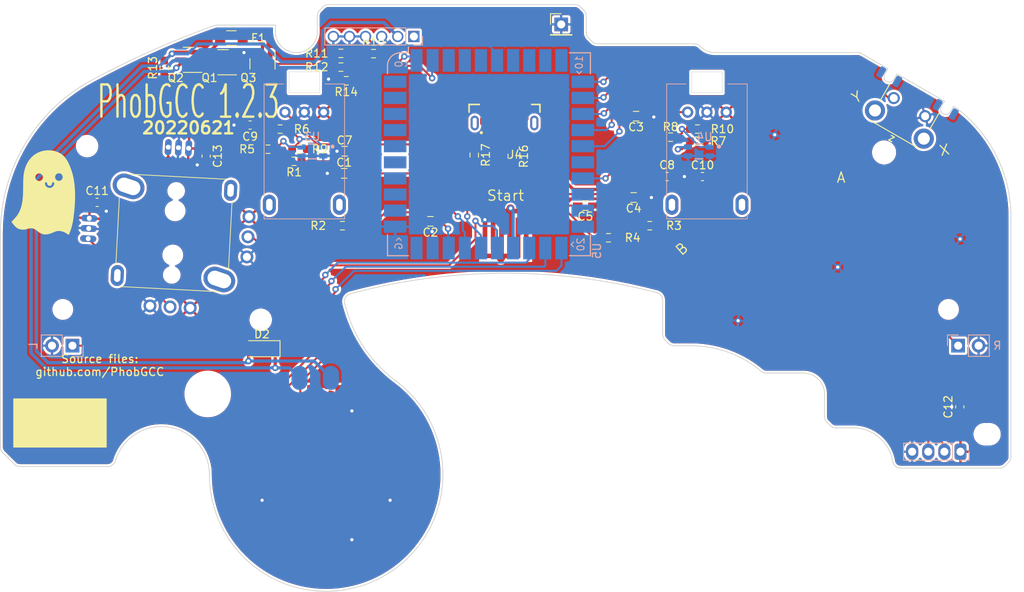
<source format=kicad_pcb>
(kicad_pcb (version 20211014) (generator pcbnew)
  (layers (0 "F.Cu" signal) (31 "B.Cu" signal) (36 "B.SilkS" user "B.Silkscreen") (37 "F.SilkS" user "F.Silkscreen") (38 "B.Mask" user) (39 "F.Mask" user) (44 "Edge.Cuts" user))
  (net 0 "")
  (net 1 "GND")
  (net 2 "+3V3")
  (net 3 "/C_x")
  (net 4 "/C_y")
  (net 5 "/A")
  (net 6 "/B")
  (net 7 "/X")
  (net 8 "/Y")
  (net 9 "/R")
  (net 10 "/Start")
  (net 11 "/Z")
  (net 12 "/Dleft")
  (net 13 "/Dup")
  (net 14 "/Dright")
  (net 15 "/Ddown")
  (net 16 "/Lanalog")
  (net 17 "/Ranalog")
  (net 18 "/Stick_x")
  (net 19 "/Stick_y")
  (net 20 "/L")
  (net 21 "/Stick_x_filt")
  (net 22 "/Stick_y_filt")
  (net 23 "+5V")
  (net 25 "/Rumble")
  (net 26 "/C_x_filt")
  (net 27 "/C_y_filt")
  (net 28 "Net-(R5-Pad2)")
  (net 29 "Net-(R6-Pad2)")
  (net 30 "Net-(R7-Pad2)")
  (net 31 "Net-(Q1-Pad1)")
  (net 32 "Net-(R10-Pad2)")
  (net 33 "Net-(C6-Pad1)")
  (net 34 "Net-(F1-Pad2)")
  (net 35 "Net-(Q1-Pad3)")
  (net 36 "/Brake")
  (net 37 "Net-(Q3-Pad1)")
  (net 38 "Net-(D2-Pad2)")
  (net 39 "/Data")
  (net 53 "Net-(J4-PadA5)")
  (net 54 "/USB_D+")
  (net 55 "/USB_D-")
  (net 57 "Net-(J4-PadB5)")
  (net 59 "Net-(U5-Pad40)")
  (footprint "PhobGCC_Footprints:ABXY_Contact_Omron_Switch" (layer "F.Cu") (at 148.542 37.787 -63)
    (fp_text reference "SW4" hide)
    (fp_text value "Y")
  )
  (footprint "PhobGCC_Footprints:C_0603_HandSoldering" (layer "F.Cu") (at 91.242 44.537 180)
    (fp_text reference "C1")
    (fp_text value "0.047u")
  )
  (footprint "PhobGCC_Footprints:C_0603_1608Metric_Pad1.08x0.95mm_HandSolder" (layer "F.Cu") (at 60.5545 48.137)
    (fp_text reference "C11")
    (fp_text value "1u")
  )
  (footprint "PhobGCC_Footprints:ABXY_Contact_Omron_Switch" (layer "F.Cu") (at 152.542 51.887)
    (fp_text reference "SW1" hide)
    (fp_text value "A")
  )
  (footprint "PhobGCC_Footprints:SOT-23" (layer "F.Cu") (at 71.892 30.437 180)
    (fp_text reference "Q2")
    (fp_text value "Q_PMOS_GDS")
  )
  (footprint "PhobGCC_Footprints:ABXY_Contact_Omron_Switch" (layer "F.Cu") (at 166.842 48.487 12)
    (fp_text reference "SW3" hide)
    (fp_text value "X")
  )
  (footprint "USB4155-03-C_REVA:GCT_USB4155-03-C_REVA" (layer "F.Cu") (at 111.1504 37.3311 180)
    (fp_text reference "J4")
    (fp_text value "USB_C_Receptacle_USB2.0")
  )
  (footprint "PhobGCC_Footprints:R_0603_1608_DNP" (layer "F.Cu") (at 135.1045 39.037 180)
    (fp_text reference "R10")
    (fp_text value "DNP")
  )
  (footprint "PhobGCC_Footprints:Dpad_Contact_TL3315NF_2" (layer "F.Cu") (at 88.992 73.987 -90)
    (fp_text reference "SW10" hide)
    (fp_text value "Dup" hide)
  )
  (footprint "PhobGCC_Footprints:C_0603_HandSoldering" (layer "F.Cu") (at 91.292 41.787 180)
    (fp_text reference "C7")
    (fp_text value "0.047u")
  )
  (footprint "PhobGCC_Footprints:R_0603_1608_DNP" (layer "F.Cu") (at 85.692 41.537)
    (fp_text reference "R9")
    (fp_text value "DNP")
  )
  (footprint "Resistor_SMD:R_0603_1608Metric_Pad0.98x0.95mm_HandSolder" (layer "F.Cu") (at 107.3912 42.2656 -90)
    (fp_text reference "R17")
    (fp_text value "R_Small")
  )
  (footprint "PhobGCC_Footprints:C_0603_1608Metric_Pad1.08x0.95mm_HandSolder" (layer "F.Cu") (at 131.342 44.937)
    (fp_text reference "C8")
    (fp_text value "1u")
  )
  (footprint "PhobGCC_Footprints:MountingHole_2.0mm" (layer "F.Cu") (at 56.292 61.437)
    (fp_text reference "H3" hide)
    (fp_text value "2mm")
  )
  (footprint "PhobGCC_Footprints:Dpad_Contact_TL3315NF_2" (layer "F.Cu") (at 88.992 89.887 -90)
    (fp_text reference "SW12" hide)
    (fp_text value "Ddown" hide)
  )
  (footprint "PhobGCC_Footprints:C_0603_1608Metric_Pad1.08x0.95mm_HandSolder" (layer "F.Cu") (at 167.692 73.537 90)
    (fp_text reference "C12")
    (fp_text value "1u")
  )
  (footprint "PhobGCC_Footprints:Ghost Logo 2" (layer "F.Cu") (at 54.092 47.037)
    (fp_text reference "G***" hide)
    (fp_text value "LOGO" hide)
  )
  (footprint "PhobGCC_Footprints:R_0603_1608Metric_Pad0.98x0.95mm_HandSolder" (layer "F.Cu") (at 90.8304 29.637 180)
    (fp_text reference "R11")
    (fp_text value "100R")
  )
  (footprint "PhobGCC_Footprints:R_0603_1608Metric_Pad0.98x0.95mm_HandSolder" (layer "F.Cu") (at 94.8944 29.6672 180)
    (fp_text reference "R15")
    (fp_text value "10k")
  )
  (footprint "PhobGCC_Footprints:GCC_Stickbox_2" (layer "F.Cu") (at 70.097083 51.935232 -3)
    (fp_text reference "U2" hide)
    (fp_text value "2x DRV5053CAQLPGM Hall Effect Sensors")
  )
  (footprint "PhobGCC_Footprints:R_0603_1608Metric_Pad0.98x0.95mm_HandSolder" (layer "F.Cu") (at 68.892 31.437 90)
    (fp_text reference "R13")
    (fp_text value "10k")
  )
  (footprint "PhobGCC_Footprints:MountingHole_5.2mm" (layer "F.Cu") (at 74.292 71.937)
    (fp_text reference "H1" hide)
    (fp_text value "5.2mm")
  )
  (footprint "PhobGCC_Footprints:MountingHole_2.2mm" (layer "F.Cu") (at 59.308622 41.153621)
    (fp_text reference "H8" hide)
    (fp_text value "2.2mm")
  )
  (footprint "PhobGCC_Footprints:R_0603_1608Metric_Pad0.98x0.95mm_HandSolder" (layer "F.Cu") (at 91.017 51.037 180)
    (fp_text reference "R2")
    (fp_text value "2k")
  )
  (footprint "PhobGCC_Footprints:MountingHole_2.0mm" (layer "F.Cu") (at 166.292 61.437)
    (fp_text reference "H4" hide)
    (fp_text value "2mm")
  )
  (footprint "PhobGCC_Footprints:C_0603_1608Metric_Pad1.08x0.95mm_HandSolder" (layer "F.Cu") (at 79.5545 38.537 180)
    (fp_text reference "C9")
    (fp_text value "1u")
  )
  (footprint "PhobGCC_Footprints:Slot" (layer "F.Cu") (at 171.092 76.937)
    (fp_text reference "H2" hide)
    (fp_text value "Slot")
  )
  (footprint "PhobGCC_Footprints:SOT-23" (layer "F.Cu") (at 76.192 30.737 180)
    (fp_text reference "Q1")
    (fp_text value "Q_NMOS_GSD")
  )
  (footprint "PhobGCC_Footprints:C_0603_1608Metric_Pad1.08x0.95mm_HandSolder" (layer "F.Cu") (at 135.742 44.937 180)
    (fp_text reference "C10")
    (fp_text value "1u")
  )
  (footprint "PhobGCC_Footprints:D_SOD-123" (layer "F.Cu") (at 81.022 66.317 180)
    (fp_text reference "D2")
    (fp_text value "M7C")
  )
  (footprint "PhobGCC_Footprints:C_0603_1608Metric_Pad1.08x0.95mm_HandSolder" (layer "F.Cu") (at 74.092 42.3995 -90)
    (fp_text reference "C13")
    (fp_text value "1u")
  )
  (footprint "Resistor_SMD:R_0603_1608Metric_Pad0.98x0.95mm_HandSolder" (layer "F.Cu") (at 112.1156 42.418 -90)
    (fp_text reference "R16")
    (fp_text value "R_Small")
  )
  (footprint "PhobGCC_Footprints:R_0603_1608Metric_Pad0.98x0.95mm_HandSolder" (layer "F.Cu") (at 85.017 43.037 180)
    (fp_text reference "R1")
    (fp_text value "2k")
  )
  (footprint "PhobGCC_Footprints:MountingHole_2.2mm" (layer "F.Cu") (at 80.875378 62.720378)
    (fp_text reference "H9" hide)
    (fp_text value "2.2mm")
  )
  (footprint "PhobGCC_Footprints:ABXY_Contact_Omron_Switch" (layer "F.Cu") (at 137.342 59.587 41)
    (fp_text reference "SW2" hide)
    (fp_text value "B")
  )
  (footprint "PhobGCC_Footprints:R_0603_1608_DNP" (layer "F.Cu") (at 83.2795 39.037)
    (fp_text reference "R6")
    (fp_text value "DNP")
  )
  (footprint "PhobGCC_Footprints:R_0603_1608_DNP" (layer "F.Cu") (at 131.7795 40.037 180)
    (fp_text reference "R8")
    (fp_text value "DNP")
  )
  (footprint "PhobGCC_Footprints:R_0603_1608_DNP" (layer "F.Cu") (at 81.7795 41.537)
    (fp_text reference "R5")
    (fp_text value "DNP")
  )
  (footprint "PhobGCC_Footprints:R_0603_1608_DNP" (layer "F.Cu") (at 135.1045 40.537 180)
    (fp_text reference "R7")
    (fp_text value "DNP")
  )
  (footprint "PhobGCC_Footprints:R_0603_1608Metric_Pad0.98x0.95mm_HandSolder" (layer "F.Cu") (at 129.192 51.037)
    (fp_text reference "R3")
    (fp_text value "2k")
  )
  (footprint "PhobGCC_Footprints:C_0603_HandSoldering" (layer "F.Cu") (at 101.9556 50.4952 180)
    (fp_text reference "C2")
    (fp_text value "0.047u")
  )
  (footprint "PhobGCC_Footprints:Dpad_Contact_TL3315NF_2" (layer "F.Cu") (at 81.042 81.937 180)
    (fp_text reference "SW9" hide)
    (fp_text value "Dleft" hide)
  )
  (footprint "PhobGCC_Footprints:R_0603_1608Metric_Pad0.98x0.95mm_HandSolder" (layer "F.Cu") (at 90.8304 31.337 180)
    (fp_text reference "R12")
    (fp_text value "100R")
  )
  (footprint "PhobGCC_Footprints:R_0603_1608Metric_Pad0.98x0.95mm_HandSolder" (layer "F.Cu") (at 124.067 52.537)
    (fp_text reference "R4")
    (fp_text value "2k")
  )
  (footprint "PhobGCC_Footprints:MountingHole_2.4mm" (layer "F.Cu") (at 158.292 41.937)
    (fp_text reference "H7" hide)
    (fp_text value "2.4mm")
  )
  (footprint "PhobGCC_Footprints:Fuse_1206_3216Metric" (layer "F.Cu") (at 77.2295 27.737)
    (fp_text reference "F1")
    (fp_text value "Fuse")
  )
  (footprint "PhobGCC_Footprints:PinHeader_1x01_P2.54mm_Vertical" (layer "F.Cu") (at 118.192 26.037)
    (fp_text reference "J3" hide)
    (fp_text value "Conn_01x01_Male")
  )
  (footprint "PhobGCC_Footprints:Start_Contact" (layer "F.Cu") (at 111.292 51.987)
    (fp_text reference "SW5" hide)
    (fp_text value "Start")
  )
  (footprint "PhobGCC_Footprints:Dpad_Contact_TL3315NF_2" (layer "F.Cu") (at 96.942 81.937 180)
    (fp_text reference "SW11" hide)
    (fp_text value "Dright" hide)
  )
  (footprint "PhobGCC_Footprints:SOT-23" (layer "F.Cu") (at 81.092 30.937 -90)
    (fp_text reference "Q3")
    (fp_text value "Q_NMOS_GSD")
  )
  (footprint "PhobGCC_Footprints:C_0603_HandSoldering" (layer "F.Cu") (at 127.492 37.437)
    (fp_text reference "C3")
    (fp_text value "0.047u")
  )
  (footprint "PhobGCC_Footprints:Z_Switch_Edge_Omron" (layer "F.Cu") (at 161.443443 36.312 -30)
    (fp_text reference "SW8" hide)
    (fp_text value "Z")
  )
  (footprint "PhobGCC_Footprints:C_0603_HandSoldering" (layer "F.Cu") (at 127.192 47.537)
    (fp_text reference "C4")
    (fp_text value "0.047u")
  )
  (footprint "PhobGCC_Footprints:C_0603_HandSoldering" (layer "F.Cu") (at 121.192 48.537)
    (fp_text reference "C5")
    (fp_text value "0.047u")
  )
  (footprint "PhobGCC_Footprints:R_0603_1608Metric_Pad0.98x0.95mm_HandSolder" (layer "F.Cu") (at 91.492 33.037)
    (fp_text reference "R14")
    (fp_text value "10k")
  )
  (footprint "PhobGCC_Footprints:Sharp_Microelectronics-GP2S60-MFG" (layer "B.Cu") (at 87.292 41.812 180)
    (fp_text reference "U3")
    (fp_text value "GP2S60-MFG" hide)
  )
  (footprint "RP2040_Stamp:RP2040_Stamp_SMD" (layer "B.Cu") (at 109.22 42.164 -90)
    (fp_text reference "U5")
    (fp_text value "RP2040_Stamp")
  )
  (footprint "PhobGCC_Footprints:PinHeader_1x04_P2.00mm_Vertical" (layer "B.Cu") (at 167.78 79.105 90)
    (fp_text reference "J2" hide)
    (fp_text value "Conn_01x04_Female")
  )
  (footprint "PhobGCC_Footprints:Pin_Header_Straight_1x02_Pitch2.54mm" (layer "B.Cu") (at 57.492 65.937 90)
    (fp_text reference "SW6" hide)
    (fp_text value "L")
  )
  (footprint "PhobGCC_Footprints:GCC_Header_Straight_1x06_Pitch2.00mm" (layer "B.Cu") (at 99.8944 27.5336 90)
    (fp_text reference "J1" hide)
    (fp_text value "Conn_01x06_Female")
  )
  (footprint "PhobGCC_Footprints:Pin_Header_Straight_1x02_Pitch2.54mm" (layer "B.Cu") (at 167.492 65.937 -90)
    (fp_text reference "SW7" hide)
    (fp_text value "R")
  )
  (footprint "PhobGCC_Footprints:Pin_Header_Straight_1x02_Pitch2.54mm" (layer "B.Cu") (at 86.484 69.925 -90)
    (fp_text reference "J5" hide)
    (fp_text value "Conn_01x02_Male" hide)
  )
  (footprint "PhobGCC_Footprints:Sharp_Microelectronics-GP2S60-MFG" (layer "B.Cu") (at 135.292 41.812 180)
    (fp_text reference "U4")
    (fp_text value "GP2S60-MFG" hide)
  )
  (footprint "PhobGCC_Footprints:GCC_Slider" (layer "B.Cu") (at 86.292 36.937 180)
    (fp_text reference "RV1" hide)
    (fp_text value "R_POT_MountingPin")
  )
  (footprint "PhobGCC_Footprints:GCC_Slider" (layer "B.Cu") (at 136.292 36.937 180)
    (fp_text reference "RV2" hide)
    (fp_text value "R_POT_MountingPin")
  )
  (gr_poly (pts (xy 61.692 78.537) (xy 50.192 78.537) (xy 50.192 72.537) (xy 61.692 72.537)) (layer "F.SilkS") (width 0.1) (fill solid))
  (gr_arc (start 132.213318 65.944107) (mid 131.830639 65.867979) (end 131.506212 65.651213) (layer "Edge.Cuts") (width 0.1))
  (gr_arc (start 160.352994 81.144107) (mid 159.707517 80.907852) (end 159.366982 80.310773) (layer "Edge.Cuts") (width 0.1))
  (gr_arc (start 152.313318 76.144107) (mid 151.930639 76.067979) (end 151.606212 75.851213) (layer "Edge.Cuts") (width 0.1))
  (gr_arc (start 119.884893 23.573749) (mid 120.267584 23.649856) (end 120.591999 23.866643) (layer "Edge.Cuts") (width 0.1))
  (gr_line (start 48.549107 77.471) (end 48.549 78.529893) (layer "Edge.Cuts") (width 0.1))
  (gr_line (start 84.392 34.537) (end 84.392 31.937) (layer "Edge.Cuts") (width 0.05))
  (gr_line (start 132.213319 65.944107) (end 134.299106 65.944107) (layer "Edge.Cuts") (width 0.1))
  (gr_line (start 88.606212 23.866643) (end 88.191999 24.280856) (layer "Edge.Cuts") (width 0.1))
  (gr_arc (start 134.71017 28.445589) (mid 135.100775 28.525033) (end 135.429319 28.750733) (layer "Edge.Cuts") (width 0.1))
  (gr_arc (start 159.494932 32.879528) (mid 158.607456 33.119035) (end 158.367954 32.231516) (layer "Edge.Cuts") (width 0.1))
  (gr_arc (start 122.713319 28.445589) (mid 122.330641 28.36946) (end 122.006212 28.152696) (layer "Edge.Cuts") (width 0.1))
  (gr_line (start 84.392 31.937) (end 88.192 31.937) (layer "Edge.Cuts") (width 0.05))
  (gr_arc (start 121.006213 24.280856) (mid 121.222997 24.605277) (end 121.299106 24.987963) (layer "Edge.Cuts") (width 0.1))
  (gr_arc (start 87.899106 26.944107) (mid 85.299106 29.544107) (end 82.699106 26.944107) (layer "Edge.Cuts") (width 0.1))
  (gr_line (start 160.352995 81.144107) (end 172.634892 81.144107) (layer "Edge.Cuts") (width 0.1))
  (gr_arc (start 87.899106 24.987963) (mid 87.975226 24.605279) (end 88.191999 24.280856) (layer "Edge.Cuts") (width 0.1))
  (gr_arc (start 48.549105 51.944105) (mid 51.590571 40.906145) (end 59.856446 32.983874) (layer "Edge.Cuts") (width 0.1))
  (gr_arc (start 134.299106 65.944106) (mid 138.941994 66.760398) (end 143.027996 69.111417) (layer "Edge.Cuts") (width 0.1))
  (gr_line (start 122.006212 28.152696) (end 121.591999 27.738482) (layer "Edge.Cuts") (width 0.1))
  (gr_arc (start 92.012992 59.492077) (mid 111.023099 56.944625) (end 130.051616 59.350703) (layer "Edge.Cuts") (width 0.1))
  (gr_line (start 48.549107 63.054503) (end 48.549 51.944105) (layer "Edge.Cuts") (width 0.1))
  (gr_line (start 159.893709 32.186003) (end 159.494932 32.879529) (layer "Edge.Cuts") (width 0.1))
  (gr_arc (start 174.049106 79.729894) (mid 173.972975 80.11257) (end 173.756212 80.437) (layer "Edge.Cuts") (width 0.1))
  (gr_line (start 167.299106 36.444107) (end 166.91565 36.22362) (layer "Edge.Cuts") (width 0.1))
  (gr_line (start 121.006212 24.280856) (end 120.591999 23.866643) (layer "Edge.Cuts") (width 0.1))
  (gr_line (start 87.899106 24.987963) (end 87.899106 26.944107) (layer "Edge.Cuts") (width 0.1))
  (gr_line (start 138.192 31.937) (end 138.192 34.537) (layer "Edge.Cuts") (width 0.05))
  (gr_arc (start 173.341999 80.851214) (mid 173.017576 81.067993) (end 172.634892 81.144107) (layer "Edge.Cuts") (width 0.1))
  (gr_arc (start 50.965 80.947) (mid 50.581395 80.869105) (end 50.256213 80.651213) (layer "Edge.Cuts") (width 0.1))
  (gr_line (start 134.392 34.537) (end 134.392 31.937) (layer "Edge.Cuts") (width 0.05))
  (gr_arc (start 130.051616 59.350703) (mid 130.590479 59.706943) (end 130.799106 60.318297) (layer "Edge.Cuts") (width 0.1))
  (gr_arc (start 48.841999 79.237) (mid 48.625194 78.912579) (end 48.549 78.529893) (layer "Edge.Cuts") (width 0.1))
  (gr_line (start 48.842 79.237) (end 50.256213 80.651213) (layer "Edge.Cuts") (width 0.1))
  (gr_arc (start 121.591999 27.738482) (mid 121.375212 27.414062) (end 121.299106 27.031375) (layer "Edge.Cuts") (width 0.1))
  (gr_line (start 165.389895 36.269132) (end 165.788672 35.575607) (layer "Edge.Cuts") (width 0.1))
  (gr_line (start 134.71017 28.445589) (end 122.713319 28.445589) (layer "Edge.Cuts") (width 0.1))
  (gr_arc (start 155.032102 29.544106) (mid 155.290065 29.577963) (end 155.530573 29.6772) (layer "Edge.Cuts") (width 0.1))
  (gr_line (start 151.191999 75.437) (end 151.606212 75.851213) (layer "Edge.Cuts") (width 0.1))
  (gr_line (start 155.032102 29.544107) (end 137.299106 29.544107) (layer "Edge.Cuts") (width 0.1))
  (gr_line (start 88.192 34.537) (end 84.392 34.537) (layer "Edge.Cuts") (width 0.05))
  (gr_line (start 165.788672 35.575607) (end 159.893709 32.186003) (layer "Edge.Cuts") (width 0.1))
  (gr_line (start 82.699106 26.944107) (end 82.699106 26.117115) (layer "Edge.Cuts") (width 0.1))
  (gr_arc (start 131.091999 65.237) (mid 130.875228 64.912576) (end 130.799106 64.529893) (layer "Edge.Cuts") (width 0.1))
  (gr_line (start 51.947 80.946957) (end 50.965 80.947) (layer "Edge.Cuts") (width 0.1))
  (gr_line (start 174.049106 79.729893) (end 174.049106 49.944107) (layer "Edge.Cuts") (width 0.1))
  (gr_arc (start 91.300864 60.69348) (mid 91.412453 59.947857) (end 92.012992 59.492076) (layer "Edge.Cuts") (width 0.1))
  (gr_line (start 61.248 80.946957) (end 51.947 80.946957) (layer "Edge.Cuts") (width 0.1))
  (gr_line (start 158.367954 32.231516) (end 158.766731 31.537991) (layer "Edge.Cuts") (width 0.1))
  (gr_arc (start 148.299106 69.344107) (mid 150.137568 70.105646) (end 150.899106 71.944107) (layer "Edge.Cuts") (width 0.1))
  (gr_arc (start 88.606212 23.866642) (mid 88.930635 23.649876) (end 89.313319 23.573749) (layer "Edge.Cuts") (width 0.1))
  (gr_line (start 121.299106 27.031375) (end 121.299106 24.987963) (layer "Edge.Cuts") (width 0.1))
  (gr_line (start 88.192 31.937) (end 88.192 34.537) (layer "Edge.Cuts") (width 0.05))
  (gr_arc (start 59.856445 32.983874) (mid 67.366389 29.288777) (end 75.135548 26.175394) (layer "Edge.Cuts") (width 0.1))
  (gr_line (start 130.799106 60.318297) (end 130.799106 64.529893) (layer "Edge.Cuts") (width 0.1))
  (gr_arc (start 154.436914 76.144106) (mid 157.664381 77.325313) (end 159.366982 80.310773) (layer "Edge.Cuts") (width 0.1))
  (gr_line (start 166.91565 36.22362) (end 166.516873 36.917145) (layer "Edge.Cuts") (width 0.1))
  (gr_arc (start 97.663544 70.317519) (mid 95.503553 94.903358) (end 74.499105 81.944107) (layer "Edge.Cuts") (width 0.1))
  (gr_arc (start 137.299106 29.544107) (mid 136.283525 29.337575) (end 135.429319 28.750733) (layer "Edge.Cuts") (width 0.1))
  (gr_line (start 134.392 31.937) (end 138.192 31.937) (layer "Edge.Cuts") (width 0.05))
  (gr_line (start 138.192 34.537) (end 134.392 34.537) (layer "Edge.Cuts") (width 0.05))
  (gr_line (start 131.091999 65.237) (end 131.506212 65.651213) (layer "Edge.Cuts") (width 0.1))
  (gr_arc (start 151.191999 75.437) (mid 150.975228 75.112576) (end 150.899106 74.729893) (layer "Edge.Cuts") (width 0.1))
  (gr_line (start 61.872 80.947) (end 61.248 80.946957) (layer "Edge.Cuts") (width 0.1))
  (gr_line (start 48.549107 63.054503) (end 48.549107 77.471) (layer "Edge.Cuts") (width 0.1))
  (gr_arc (start 97.663543 70.317519) (mid 93.640805 66.06177) (end 91.300865 60.693481) (layer "Edge.Cuts") (width 0.1))
  (gr_line (start 150.899106 71.944107) (end 150.899106 74.729893) (layer "Edge.Cuts") (width 0.1))
  (gr_line (start 173.341999 80.851213) (end 173.756212 80.437) (layer "Edge.Cuts") (width 0.1))
  (gr_line (start 82.699106 26.117115) (end 75.471945 26.117115) (layer "Edge.Cuts") (width 0.1))
  (gr_arc (start 143.669271 69.344106) (mid 143.328173 69.284144) (end 143.027996 69.111417) (layer "Edge.Cuts") (width 0.1))
  (gr_arc (start 167.299106 36.444107) (mid 172.267571 42.397378) (end 174.049106 49.944107) (layer "Edge.Cuts") (width 0.1))
  (gr_line (start 152.313319 76.144107) (end 154.436915 76.144107) (layer "Edge.Cuts") (width 0.1))
  (gr_line (start 143.669271 69.344107) (end 148.299106 69.344107) (layer "Edge.Cuts") (width 0.1))
  (gr_line (start 158.766731 31.537991) (end 155.530573 29.6772) (layer "Edge.Cuts") (width 0.1))
  (gr_arc (start 62.827292 80.231399) (mid 69.403063 76.045705) (end 74.499105 81.944107) (layer "Edge.Cuts") (width 0.1))
  (gr_arc (start 166.516873 36.917144) (mid 165.629453 37.15654) (end 165.389895 36.269132) (layer "Edge.Cuts") (width 0.1))
  (gr_line (start 119.884892 23.573749) (end 89.313319 23.573749) (layer "Edge.Cuts") (width 0.1))
  (gr_arc (start 62.827291 80.231399) (mid 62.467484 80.746508) (end 61.872 80.947) (layer "Edge.Cuts") (width 0.1))
  (gr_arc (start 75.135548 26.175395) (mid 75.301244 26.131813) (end 75.471945 26.117115) (layer "Edge.Cuts") (width 0.1))
  (gr_text "20220621" (at 71.895 38.887) (layer "F.SilkS") (effects (font (size 1.5 1.5) (thickness 0.3))))
  (gr_text "Source files:\ngithub.com/PhobGCC" (at 60.892 68.387) (layer "F.SilkS") (effects (font (size 1 1))))
  (gr_text "PhobGCC 1.2.3" (at 71.895 35.657) (layer "F.SilkS") (effects (font (size 4 2) (thickness 0.3))))
  (segment (start 89.492 33.037) (end 89.292 32.837) (width 0.25) (layer "F.Cu") (net 1))
  (segment (start 90.292 44.537) (end 89.142002 44.537) (width 0.25) (layer "F.Cu") (net 1))
  (segment (start 129.592 37.437) (end 129.692 37.537) (width 0.25) (layer "F.Cu") (net 1))
  (segment (start 90.5795 33.037) (end 89.492 33.037) (width 0.25) (layer "F.Cu") (net 1))
  (segment (start 61.417 48.962) (end 61.692 49.237) (width 0.25) (layer "F.Cu") (net 1))
  (segment (start 73.217 43.262) (end 74.092 43.262) (width 0.25) (layer "F.Cu") (net 1))
  (segment (start 128.442 37.437) (end 129.592 37.437) (width 0.25) (layer "F.Cu") (net 1))
  (segment (start 72.992 43.487) (end 73.217 43.262) (width 0.25) (layer "F.Cu") (net 1))
  (segment (start 108.5254 36.5811) (end 108.2754 36.8311) (width 0.2) (layer "F.Cu") (net 1))
  (segment (start 77.1295 29.787) (end 78.542 29.787) (width 0.4) (layer "F.Cu") (net 1))
  (segment (start 114.0254 36.5811) (end 114.0254 37.8311) (width 0.2) (layer "F.Cu") (net 1))
  (segment (start 78.542 29.787) (end 78.792 29.537) (width 0.4) (layer "F.Cu") (net 1))
  (segment (start 95.8069 29.6672) (end 95.8069 29.4461) (width 0.25) (layer "F.Cu") (net 1))
  (segment (start 114.0254 37.8311) (end 113.7754 38.0811) (width 0.2) (layer "F.Cu") (net 1))
  (segment (start 79.5545 29.9995) (end 79.092 29.537) (width 0.4) (layer "F.Cu") (net 1))
  (segment (start 61.417 48.137) (end 61.417 48.962) (width 0.25) (layer "F.Cu") (net 1))
  (segment (start 128.142 47.537) (end 129.392002 47.537) (width 0.25) (layer "F.Cu") (net 1))
  (segment (start 80.142 29.9995) (end 79.5545 29.9995) (width 0.4) (layer "F.Cu") (net 1))
  (segment (start 95.8069 29.4461) (end 93.8944 27.5336) (width 0.25) (layer "F.Cu") (net 1))
  (segment (start 133.492 44.937) (end 132.292 44.937) (width 0.4) (layer "F.Cu") (net 1))
  (segment (start 79.092 29.537) (end 78.792 29.537) (width 0.4) (layer "F.Cu") (net 1))
  (segment (start 133.492 44.937) (end 134.8795 44.937) (width 0.4) (layer "F.Cu") (net 1))
  (segment (start 108.2754 36.8311) (end 108.2754 37.9984) (width 0.2) (layer "F.Cu") (net 1))
  (segment (start 78.692 38.537) (end 77.5545 38.537) (width 0.25) (layer "F.Cu") (net 1))
  (segment (start 167.5545 72.6745) (end 166.692 73.537) (width 0.25) (layer "F.Cu") (net 1))
  (via (at 133.492 44.937) (size 0.8) (drill 0.4) (layers "F.Cu" "B.Cu") (net 1))
  (via (at 96.942 85.137) (size 0.8) (drill 0.4) (layers "F.Cu" "B.Cu") (net 1))
  (via (at 61.692 49.237) (size 0.8) (drill 0.4) (layers "F.Cu" "B.Cu") (net 1))
  (via (at 166.692 73.537) (size 0.8) (drill 0.4) (layers "F.Cu" "B.Cu") (net 1))
  (via (at 108.712 50.292) (size 0.8) (drill 0.4) (layers "F.Cu" "B.Cu") (net 1))
  (via (at 129.392002 47.537) (size 0.8) (drill 0.4) (layers "F.Cu" "B.Cu") (net 1))
  (via (at 89.292 32.837) (size 0.8) (drill 0.4) (layers "F.Cu" "B.Cu") (net 1))
  (via (at 81.042 85.137) (size 0.8) (drill 0.4) (layers "F.Cu" "B.Cu") (net 1))
  (via (at 92.192 74.037) (size 0.8) (drill 0.4) (layers "F.Cu" "B.Cu") (net 1))
  (via (at 90.342 41.787) (size 0.8) (drill 0.4) (layers "F.Cu" "B.Cu") (net 1))
  (via (at 72.992 43.487) (size 0.8) (drill 0.4) (layers "F.Cu" "B.Cu") (net 1))
  (via (at 129.692 37.537) (size 0.8) (drill 0.4) (layers "F.Cu" "B.Cu") (net 1))
  (via (at 92.192 90.037) (size 0.8) (drill 0.4) (layers "F.Cu" "B.Cu") (net 1))
  (via (at 78.792 29.537) (size 0.8) (drill 0.4) (layers "F.Cu" "B.Cu") (net 1))
  (via (at 77.5545 38.537) (size 0.8) (drill 0.4) (layers "F.Cu" "B.Cu") (net 1))
  (via (at 89.142002 44.537) (size 0.8) (drill 0.4) (layers "F.Cu" "B.Cu") (net 1))
  (segment (start 88.642 42.362) (end 89.767 42.362) (width 0.25) (layer "B.Cu") (net 1))
  (segment (start 89.767 42.362) (end 90.342 41.787) (width 0.25) (layer "B.Cu") (net 1))
  (segment (start 138.558 51.037) (end 130.017 51.037) (width 0.25) (layer "F.Cu") (net 3))
  (segment (start 165.78 79.105) (end 165.78 78.259) (width 0.25) (layer "F.Cu") (net 3))
  (segment (start 165.78 78.259) (end 138.558 51.037) (width 0.25) (layer "F.Cu") (net 3))
  (segment (start 124.892 52.537) (end 138.672 52.537) (width 0.25) (layer "F.Cu") (net 4))
  (segment (start 163.78 79.105) (end 163.78 77.645) (width 0.25) (layer "F.Cu") (net 4))
  (segment (start 163.78 77.645) (end 138.672 52.537) (width 0.25) (layer "F.Cu") (net 4))
  (segment (start 139.192 43.537) (end 139.192 39.037) (width 0.25) (layer "F.Cu") (net 5))
  (segment (start 139.217 34.937) (end 134.092 34.937) (width 0.25) (layer "F.Cu") (net 5))
  (segment (start 151.492 45.737) (end 141.392 45.737) (width 0.25) (layer "F.Cu") (net 5))
  (segment (start 152.542 46.787) (end 151.492 45.737) (width 0.25) (layer "F.Cu") (net 5))
  (segment (start 134.092 34.937) (end 127.317 34.937) (width 0.25) (layer "F.Cu") (net 5))
  (segment (start 140.192 38.037) (end 140.192 35.912) (width 0.25) (layer "F.Cu") (net 5))
  (segment (start 140.192 35.912) (end 139.217 34.937) (width 0.25) (layer "F.Cu") (net 5))
  (segment (start 139.192 39.037) (end 140.192 38.037) (width 0.25) (layer "F.Cu") (net 5))
  (segment (start 127.317 34.937) (end 125.4252 36.8288) (width 0.25) (layer "F.Cu") (net 5))
  (segment (start 141.392 45.737) (end 139.192 43.537) (width 0.25) (layer "F.Cu") (net 5))
  (segment (start 125.4252 36.8288) (end 125.4252 39.3192) (width 0.25) (layer "F.Cu") (net 5))
  (via (at 125.4252 39.3192) (size 0.8) (drill 0.4) (layers "F.Cu" "B.Cu") (net 5))
  (segment (start 123.5804 41.164) (end 120.87 41.164) (width 0.25) (layer "B.Cu") (net 5))
  (segment (start 125.4252 39.3192) (end 123.5804 41.164) (width 0.25) (layer "B.Cu") (net 5))
  (segment (start 121.892 53.537) (end 131.711265 53.537) (width 0.25) (layer "F.Cu") (net 6))
  (segment (start 131.711265 53.541933) (end 134.586552 56.41722) (width 0.25) (layer "F.Cu") (net 6))
  (segment (start 131.711265 53.537) (end 131.711265 53.541933) (width 0.25) (layer "F.Cu") (net 6))
  (segment (start 164.90478 44.37878) (end 165.968771 44.37878) (width 0.25) (layer "F.Cu") (net 7))
  (segment (start 151.418989 30.536989) (end 155.141 34.259) (width 0.25) (layer "F.Cu") (net 7))
  (segment (start 155.141 34.259) (end 155.141 37.299) (width 0.25) (layer "F.Cu") (net 7))
  (segment (start 128.009811 30.536989) (end 123.444 35.1028) (width 0.25) (layer "F.Cu") (net 7))
  (segment (start 155.141 37.299) (end 156.405 38.563) (width 0.25) (layer "F.Cu") (net 7))
  (segment (start 156.405 38.563) (end 159.089 38.563) (width 0.25) (layer "F.Cu") (net 7))
  (segment (start 132.354124 30.536989) (end 128.009811 30.536989) (width 0.25) (layer "F.Cu") (net 7))
  (segment (start 132.354124 30.536989) (end 151.418989 30.536989) (width 0.25) (layer "F.Cu") (net 7))
  (segment (start 159.089 38.563) (end 164.90478 44.37878) (width 0.25) (layer "F.Cu") (net 7))
  (via (at 123.444 35.1028) (size 0.8) (drill 0.4) (layers "F.Cu" "B.Cu") (net 7))
  (segment (start 123.444 35.1028) (end 123.3828 35.164) (width 0.25) (layer "B.Cu") (net 7))
  (segment (start 123.3828 35.164) (end 120.87 35.164) (width 0.25) (layer "B.Cu") (net 7))
  (segment (start 151.192 31.037) (end 153.192 33.037) (width 0.25) (layer "F.Cu") (net 8))
  (segment (start 153.192 33.037) (end 153.192 34.994318) (width 0.25) (layer "F.Cu") (net 8))
  (segment (start 132.561235 31.037) (end 129.5418 31.037) (width 0.25) (layer "F.Cu") (net 8))
  (segment (start 132.561235 31.037) (end 151.192 31.037) (width 0.25) (layer "F.Cu") (net 8))
  (segment (start 129.5418 31.037) (end 123.4948 37.084) (width 0.25) (layer "F.Cu") (net 8))
  (via (at 123.4948 37.084) (size 0.8) (drill 0.4) (layers "F.Cu" "B.Cu") (net 8))
  (segment (start 123.4148 37.164) (end 120.87 37.164) (width 0.25) (layer "B.Cu") (net 8))
  (segment (start 123.4948 37.084) (end 123.4148 37.164) (width 0.25) (layer "B.Cu") (net 8))
  (segment (start 133.892 31.537) (end 129.9562 31.537) (width 0.25) (layer "F.Cu") (net 9))
  (segment (start 139.782 42.627) (end 142.192 45.037) (width 0.25) (layer "F.Cu") (net 9))
  (segment (start 129.9562 31.537) (end 124.7648 36.7284) (width 0.25) (layer "F.Cu") (net 9))
  (segment (start 124.7648 36.7284) (end 124.46 37.0332) (width 0.25) (layer "F.Cu") (net 9))
  (segment (start 154.692 45.037) (end 164.092 54.437) (width 0.25) (layer "F.Cu") (net 9))
  (segment (start 138.405906 31.537) (end 140.932 34.063094) (width 0.25) (layer "F.Cu") (net 9))
  (segment (start 139.782 39.396876) (end 139.782 42.627) (width 0.25) (layer "F.Cu") (net 9))
  (segment (start 164.092 61.007) (end 164.092 62.537) (width 0.25) (layer "F.Cu") (net 9))
  (segment (start 133.892 31.537) (end 138.405906 31.537) (width 0.25) (layer "F.Cu") (net 9))
  (segment (start 140.932 38.246876) (end 139.782 39.396876) (width 0.25) (layer "F.Cu") (net 9))
  (segment (start 142.192 45.037) (end 154.692 45.037) (width 0.25) (layer "F.Cu") (net 9))
  (segment (start 140.932 34.063094) (end 140.932 38.246876) (width 0.25) (layer "F.Cu") (net 9))
  (segment (start 124.46 37.0332) (end 124.46 38.5064) (width 0.25) (layer "F.Cu") (net 9))
  (segment (start 164.092 54.437) (end 164.092 61.007) (width 0.25) (layer "F.Cu") (net 9))
  (segment (start 164.092 62.537) (end 167.492 65.937) (width 0.25) (layer "F.Cu") (net 9))
  (via (at 124.46 38.5064) (size 0.8) (drill 0.4) (layers "F.Cu" "B.Cu") (net 9))
  (segment (start 124.46 38.5064) (end 123.8024 39.164) (width 0.25) (layer "B.Cu") (net 9))
  (segment (start 123.8024 39.164) (end 120.87 39.164) (width 0.25) (layer "B.Cu") (net 9))
  (via (at 111.9124 48.8696) (size 0.8) (drill 0.4) (layers "F.Cu" "B.Cu") (net 10))
  (segment (start 112.22 49.1772) (end 112.22 53.814) (width 0.4) (layer "B.Cu") (net 10))
  (segment (start 111.9124 48.8696) (end 112.22 49.1772) (width 0.4) (layer "B.Cu") (net 10))
  (segment (start 130.527524 30.036978) (end 126.579422 30.036978) (width 0.25) (layer "F.Cu") (net 11))
  (segment (start 153.691978 30.036978) (end 130.527524 30.036978) (width 0.25) (layer "F.Cu") (net 11))
  (segment (start 126.579422 30.036978) (end 123.444 33.1724) (width 0.25) (layer "F.Cu") (net 11))
  (segment (start 159.494886 35.187) (end 158.842 35.187) (width 0.25) (layer "F.Cu") (net 11))
  (segment (start 158.842 35.187) (end 153.691978 30.036978) (width 0.25) (layer "F.Cu") (net 11))
  (via (at 123.444 33.1724) (size 0.8) (drill 0.4) (layers "F.Cu" "B.Cu") (net 11))
  (segment (start 123.4356 33.164) (end 120.87 33.164) (width 0.25) (layer "B.Cu") (net 11))
  (segment (start 123.444 33.1724) (end 123.4356 33.164) (width 0.25) (layer "B.Cu") (net 11))
  (segment (start 83.192 71.047) (end 87.442 66.797) (width 0.25) (layer "F.Cu") (net 12))
  (segment (start 104.273247 55.962) (end 107.5436 52.691647) (width 0.25) (layer "F.Cu") (net 12))
  (segment (start 107.5436 52.691647) (end 107.5436 50.4444) (width 0.25) (layer "F.Cu") (net 12))
  (segment (start 87.442 66.797) (end 87.442 57.237) (width 0.25) (layer "F.Cu") (net 12))
  (segment (start 83.192 75.537) (end 83.192 71.047) (width 0.25) (layer "F.Cu") (net 12))
  (segment (start 88.717 55.962) (end 104.273247 55.962) (width 0.25) (layer "F.Cu") (net 12))
  (segment (start 87.442 57.237) (end 88.717 55.962) (width 0.25) (layer "F.Cu") (net 12))
  (segment (start 81.042 77.687) (end 83.192 75.537) (width 0.25) (layer "F.Cu") (net 12))
  (segment (start 81.042 78.737) (end 81.042 77.687) (width 0.25) (layer "F.Cu") (net 12))
  (via (at 107.5436 50.4444) (size 0.8) (drill 0.4) (layers "F.Cu" "B.Cu") (net 12))
  (segment (start 109.6902 51.067) (end 110.22 51.5968) (width 0.25) (layer "B.Cu") (net 12))
  (segment (start 108.1662 51.067) (end 109.6902 51.067) (width 0.25) (layer "B.Cu") (net 12))
  (segment (start 107.5436 50.4444) (end 108.1662 51.067) (width 0.25) (layer "B.Cu") (net 12))
  (segment (start 110.22 51.5968) (end 110.22 53.814) (width 0.25) (layer "B.Cu") (net 12))
  (segment (start 88.992 67.297) (end 85.792 70.497) (width 0.25) (layer "F.Cu") (net 13))
  (segment (start 85.792 70.497) (end 85.792 73.987) (width 0.25) (layer "F.Cu") (net 13))
  (segment (start 89.662 58.067) (end 89.662 57.912) (width 0.25) (layer "F.Cu") (net 13))
  (segment (start 88.992 58.737) (end 88.992 67.297) (width 0.25) (layer "F.Cu") (net 13))
  (segment (start 88.992 58.737) (end 89.662 58.067) (width 0.25) (layer "F.Cu") (net 13))
  (via (at 89.662 57.912) (size 0.8) (drill 0.4) (layers "F.Cu" "B.Cu") (net 13))
  (segment (start 116.078 56.134) (end 116.22 55.992) (width 0.25) (layer "B.Cu") (net 13))
  (segment (start 116.22 55.992) (end 116.22 53.814) (width 0.25) (layer "B.Cu") (net 13))
  (segment (start 89.662 57.912) (end 91.44 56.134) (width 0.25) (layer "B.Cu") (net 13))
  (segment (start 91.44 56.134) (end 116.078 56.134) (width 0.25) (layer "B.Cu") (net 13))
  (segment (start 89.942 59.487) (end 90.17 59.259) (width 0.25) (layer "F.Cu") (net 14))
  (segment (start 90.17 59.259) (end 90.17 58.928) (width 0.25) (layer "F.Cu") (net 14))
  (segment (start 89.942 66.737) (end 89.942 59.487) (width 0.25) (layer "F.Cu") (net 14))
  (segment (start 96.942 73.737) (end 89.942 66.737) (width 0.25) (layer "F.Cu") (net 14))
  (segment (start 96.942 78.737) (end 96.942 73.737) (width 0.25) (layer "F.Cu") (net 14))
  (via (at 90.17 58.928) (size 0.8) (drill 0.4) (layers "F.Cu" "B.Cu") (net 14))
  (segment (start 118.22 56.024) (end 118.22 53.814) (width 0.25) (layer "B.Cu") (net 14))
  (segment (start 90.17 58.928) (end 92.456 56.642) (width 0.25) (layer "B.Cu") (net 14))
  (segment (start 117.602 56.642) (end 118.22 56.024) (width 0.25) (layer "B.Cu") (net 14))
  (segment (start 92.456 56.642) (end 117.602 56.642) (width 0.25) (layer "B.Cu") (net 14))
  (segment (start 88.9 57.329) (end 88.9 57.15) (width 0.25) (layer "F.Cu") (net 15))
  (segment (start 88.192 58.037) (end 88.192 67.097) (width 0.25) (layer "F.Cu") (net 15))
  (segment (start 88.192 58.037) (end 88.9 57.329) (width 0.25) (layer "F.Cu") (net 15))
  (segment (start 84.192 77.934489) (end 85.692 79.434489) (width 0.25) (layer "F.Cu") (net 15))
  (segment (start 85.692 79.434489) (end 85.692 89.787) (width 0.25) (layer "F.Cu") (net 15))
  (segment (start 88.192 67.097) (end 84.192 71.097) (width 0.25) (layer "F.Cu") (net 15))
  (segment (start 84.192 71.097) (end 84.192 77.934489) (width 0.25) (layer "F.Cu") (net 15))
  (via (at 88.9 57.15) (size 0.8) (drill 0.4) (layers "F.Cu" "B.Cu") (net 15))
  (segment (start 114.22 55.198) (end 114.22 53.814) (width 0.25) (layer "B.Cu") (net 15))
  (segment (start 90.424 55.626) (end 113.792 55.626) (width 0.25) (layer "B.Cu") (net 15))
  (segment (start 88.9 57.15) (end 90.424 55.626) (width 0.25) (layer "B.Cu") (net 15))
  (segment (start 113.792 55.626) (end 114.22 55.198) (width 0.25) (layer "B.Cu") (net 15))
  (segment (start 92.242 40.937) (end 99.2554 40.937) (width 0.25) (layer "F.Cu") (net 16))
  (segment (start 92.242 41.787) (end 92.242 40.937) (width 0.25) (layer "F.Cu") (net 16))
  (segment (start 99.2554 40.937) (end 106.5276 48.2092) (width 0.25) (layer "F.Cu") (net 16))
  (segment (start 86.6045 41.537) (end 87.292 41.537) (width 0.25) (layer "F.Cu") (net 16))
  (segment (start 83.892 36.937) (end 87.892 40.937) (width 0.25) (layer "F.Cu") (net 16))
  (segment (start 106.5276 48.2092) (end 106.5276 49.8856) (width 0.25) (layer "F.Cu") (net 16))
  (segment (start 87.292 41.537) (end 87.892 40.937) (width 0.25) (layer "F.Cu") (net 16))
  (segment (start 87.892 40.937) (end 92.242 40.937) (width 0.25) (layer "F.Cu") (net 16))
  (via (at 106.5276 49.8856) (size 0.8) (drill 0.4) (layers "F.Cu" "B.Cu") (net 16))
  (segment (start 108.22 52.216816) (end 108.22 53.814) (width 0.25) (layer "B.Cu") (net 16))
  (segment (start 106.5276 50.524416) (end 108.22 52.216816) (width 0.25) (layer "B.Cu") (net 16))
  (segment (start 106.5276 49.8856) (end 106.5276 50.524416) (width 0.25) (layer "B.Cu") (net 16))
  (segment (start 133.892 36.937) (end 132.192 36.937) (width 0.25) (layer "F.Cu") (net 17))
  (segment (start 130.592 38.537) (end 126.582 38.537) (width 0.25) (layer "F.Cu") (net 17))
  (segment (start 126.542 38.497) (end 126.582 38.537) (width 0.25) (layer "F.Cu") (net 17))
  (segment (start 132.192 36.937) (end 130.592 38.537) (width 0.25) (layer "F.Cu") (net 17))
  (segment (start 126.582 42.2772) (end 123.698 45.1612) (width 0.25) (layer "F.Cu") (net 17))
  (segment (start 126.582 38.537) (end 126.582 42.2772) (width 0.25) (layer "F.Cu") (net 17))
  (segment (start 126.542 37.437) (end 126.542 38.497) (width 0.25) (layer "F.Cu") (net 17))
  (segment (start 130.592 39.762) (end 130.592 38.537) (width 0.25) (layer "F.Cu") (net 17))
  (via (at 123.698 45.1612) (size 0.8) (drill 0.4) (layers "F.Cu" "B.Cu") (net 17))
  (segment (start 123.698 45.1612) (end 123.6952 45.164) (width 0.25) (layer "B.Cu") (net 17))
  (segment (start 123.6952 45.164) (end 120.87 45.164) (width 0.25) (layer "B.Cu") (net 17))
  (segment (start 76.477987 43.601013) (end 83.627987 43.601013) (width 0.25) (layer "F.Cu") (net 18))
  (segment (start 67.692 59.199032) (end 67.692 44.43) (width 0.25) (layer "F.Cu") (net 18))
  (segment (start 67.692 44.12017) (end 69.383585 42.428585) (width 0.25) (layer "F.Cu") (net 18))
  (segment (start 69.383585 42.428585) (end 69.383585 41.283292) (width 0.25) (layer "F.Cu") (net 18))
  (segment (start 71.992 45.037) (end 69.383585 42.428585) (width 0.25) (layer "F.Cu") (net 18))
  (segment (start 83.627987 43.601013) (end 84.192 43.037) (width 0.25) (layer "F.Cu") (net 18))
  (segment (start 67.692 44.43) (end 67.692 44.12017) (width 0.25) (layer "F.Cu") (net 18))
  (segment (start 71.992 45.037) (end 75.042 45.037) (width 0.25) (layer "F.Cu") (net 18))
  (segment (start 75.042 45.037) (end 76.477987 43.601013) (width 0.25) (layer "F.Cu") (net 18))
  (segment (start 69.615592 61.122624) (end 67.692 59.199032) (width 0.25) (layer "F.Cu") (net 18))
  (segment (start 79.821723 52.416723) (end 81.192 53.787) (width 0.25) (layer "F.Cu") (net 19))
  (segment (start 73.442 64.287) (end 65.942 64.287) (width 0.25) (layer "F.Cu") (net 19))
  (segment (start 81.192 53.787) (end 81.192 56.537) (width 0.25) (layer "F.Cu") (net 19))
  (segment (start 65.942 64.287) (end 60.692 59.037) (width 0.25) (layer "F.Cu") (net 19))
  (segment (start 81.192 56.537) (end 73.442 64.287) (width 0.25) (layer "F.Cu") (net 19))
  (segment (start 60.692 53.895587) (end 60.692 54.437) (width 0.25) (layer "F.Cu") (net 19))
  (segment (start 59.445143 52.64873) (end 60.692 53.895587) (width 0.25) (layer "F.Cu") (net 19))
  (segment (start 81.192 53.787) (end 83.942 51.037) (width 0.25) (layer "F.Cu") (net 19))
  (segment (start 60.692 59.037) (end 60.692 54.437) (width 0.25) (layer "F.Cu") (net 19))
  (segment (start 90.192 51.037) (end 83.942 51.037) (width 0.25) (layer "F.Cu") (net 19))
  (segment (start 87.392 53.337) (end 74.792 65.937) (width 0.25) (layer "F.Cu") (net 20))
  (segment (start 74.792 65.937) (end 57.492 65.937) (width 0.25) (layer "F.Cu") (net 20))
  (segment (start 100.587 53.337) (end 102.1588 51.7652) (width 0.25) (layer "F.Cu") (net 20))
  (segment (start 87.392 53.337) (end 100.587 53.337) (width 0.25) (layer "F.Cu") (net 20))
  (via (at 102.1588 51.7652) (size 0.8) (drill 0.4) (layers "F.Cu" "B.Cu") (net 20))
  (segment (start 102.1588 53.7528) (end 102.22 53.814) (width 0.25) (layer "B.Cu") (net 20))
  (segment (start 102.1588 51.7652) (end 102.1588 53.7528) (width 0.25) (layer "B.Cu") (net 20))
  (segment (start 85.842 43.037) (end 92.192 43.037) (width 0.25) (layer "F.Cu") (net 21))
  (segment (start 92.192 44.537) (end 100.0106 44.537) (width 0.25) (layer "F.Cu") (net 21))
  (segment (start 92.192 44.537) (end 92.192 43.037) (width 0.25) (layer "F.Cu") (net 21))
  (segment (start 100.0106 44.537) (end 105.3592 49.8856) (width 0.25) (layer "F.Cu") (net 21))
  (via (at 105.3592 49.8856) (size 0.8) (drill 0.4) (layers "F.Cu" "B.Cu") (net 21))
  (segment (start 105.9688 50.4952) (end 105.9688 51.6128) (width 0.25) (layer "B.Cu") (net 21))
  (segment (start 106.22 51.864) (end 106.22 53.814) (width 0.25) (layer "B.Cu") (net 21))
  (segment (start 105.3592 49.8856) (end 105.9688 50.4952) (width 0.25) (layer "B.Cu") (net 21))
  (segment (start 105.9688 51.6128) (end 106.22 51.864) (width 0.25) (layer "B.Cu") (net 21))
  (segment (start 96.3514 49.3776) (end 102.108 49.3776) (width 0.25) (layer "F.Cu") (net 22))
  (segment (start 91.842 51.037) (end 94.692 51.037) (width 0.25) (layer "F.Cu") (net 22))
  (segment (start 102.9056 50.1752) (end 102.9056 50.4952) (width 0.25) (layer "F.Cu") (net 22))
  (segment (start 102.108 49.3776) (end 102.9056 50.1752) (width 0.25) (layer "F.Cu") (net 22))
  (segment (start 94.692 51.037) (end 96.3514 49.3776) (width 0.25) (layer "F.Cu") (net 22))
  (segment (start 102.9056 50.4952) (end 103.2256 50.4952) (width 0.25) (layer "F.Cu") (net 22))
  (segment (start 103.2256 50.4952) (end 104.14 51.4096) (width 0.25) (layer "F.Cu") (net 22))
  (via (at 104.14 51.4096) (size 0.8) (drill 0.4) (layers "F.Cu" "B.Cu") (net 22))
  (segment (start 104.14 51.4096) (end 104.14 53.734) (width 0.25) (layer "B.Cu") (net 22))
  (segment (start 104.14 53.734) (end 104.22 53.814) (width 0.25) (layer "B.Cu") (net 22))
  (segment (start 110.0254 36.5811) (end 110.0254 37.193) (width 0.2) (layer "F.Cu") (net 23))
  (segment (start 112.5254 37.2838) (end 112.2754 37.5338) (width 0.2) (layer "F.Cu") (net 23))
  (segment (start 82.672 66.317) (end 82.672 68.6965) (width 0.4) (layer "F.Cu") (net 23))
  (segment (start 112.5254 36.5811) (end 112.5254 37.2838) (width 0.2) (layer "F.Cu") (net 23))
  (segment (start 109.7754 37.443) (end 109.7754 38.0811) (width 0.2) (layer "F.Cu") (net 23))
  (segment (start 112.2754 37.5338) (end 112.2754 38.0811) (width 0.2) (layer "F.Cu") (net 23))
  (segment (start 69.00185 30.5245) (end 69.844431 29.681919) (width 0.25) (layer "F.Cu") (net 23))
  (segment (start 110.0254 37.193) (end 109.7754 37.443) (width 0.2) (layer "F.Cu") (net 23))
  (segment (start 72.8295 29.487) (end 70.03935 29.487) (width 0.4) (layer "F.Cu") (net 23))
  (segment (start 70.03935 29.487) (end 69.844431 29.681919) (width 0.4) (layer "F.Cu") (net 23))
  (via (at 82.672 68.6965) (size 0.8) (drill 0.4) (layers "F.Cu" "B.Cu") (net 23))
  (via (at 69.844431 29.681919) (size 0.8) (drill 0.4) (layers "F.Cu" "B.Cu") (net 23))
  (segment (start 66.135328 31.217) (end 68.30935 31.217) (width 0.4) (layer "B.Cu") (net 23))
  (segment (start 68.30935 31.217) (end 69.844431 29.681919) (width 0.4) (layer "B.Cu") (net 23))
  (segment (start 82.672 68.6965) (end 84.4515 68.6965) (width 0.4) (layer "B.Cu") (net 23))
  (segment (start 52.362481 66.867481) (end 52.362481 44.989847) (width 0.4) (layer "B.Cu") (net 23))
  (segment (start 73.042 28.467) (end 81.222 28.467) (width 0.4) (layer "B.Cu") (net 23))
  (segment (start 71.827081 29.681919) (end 73.042 28.467) (width 0.4) (layer "B.Cu") (net 23))
  (segment (start 96.1672 25.8064) (end 97.8944 27.5336) (width 0.4) (layer "B.Cu") (net 23))
  (segment (start 82.671989 68.696511) (end 54.191511 68.696511) (width 0.4) (layer "B.Cu") (net 23))
  (segment (start 88.5444 29.6672) (end 88.5444 26.8732) (width 0.4) (layer "B.Cu") (net 23))
  (segment (start 81.222 28.467) (end 83.442 30.687) (width 0.4) (layer "B.Cu") (net 23))
  (segment (start 83.442 30.687) (end 87.5246 30.687) (width 0.4) (layer "B.Cu") (net 23))
  (segment (start 84.4515 68.6965) (end 85.692 69.937) (width 0.4) (layer "B.Cu") (net 23))
  (segment (start 88.5444 26.8732) (end 89.6112 25.8064) (width 0.4) (layer "B.Cu") (net 23))
  (segment (start 89.6112 25.8064) (end 96.1672 25.8064) (width 0.4) (layer "B.Cu") (net 23))
  (segment (start 54.191511 68.696511) (end 52.362481 66.867481) (width 0.4) (layer "B.Cu") (net 23))
  (segment (start 69.844431 29.681919) (end 71.827081 29.681919) (width 0.4) (layer "B.Cu") (net 23))
  (segment (start 82.672 68.6965) (end 82.671989 68.696511) (width 0.4) (layer "B.Cu") (net 23))
  (segment (start 87.5246 30.687) (end 88.5444 29.6672) (width 0.4) (layer "B.Cu") (net 23))
  (segment (start 52.362481 44.989847) (end 66.135328 31.217) (width 0.4) (layer "B.Cu") (net 23))
  (segment (start 98.044 30.6832) (end 98.7044 30.0228) (width 0.25) (layer "F.Cu") (net 25))
  (segment (start 93.9517 29.637) (end 93.9819 29.6672) (width 0.25) (layer "F.Cu") (net 25))
  (segment (start 91.7429 29.637) (end 93.9517 29.637) (width 0.25) (layer "F.Cu") (net 25))
  (segment (start 93.9819 29.6672) (end 94.9979 30.6832) (width 0.25) (layer "F.Cu") (net 25))
  (segment (start 94.9979 30.6832) (end 98.044 30.6832) (width 0.25) (layer "F.Cu") (net 25))
  (via (at 98.7044 30.0228) (size 0.8) (drill 0.4) (layers "F.Cu" "B.Cu") (net 25))
  (segment (start 98.7044 30.0228) (end 99.7288 30.0228) (width 0.25) (layer "B.Cu") (net 25))
  (segment (start 99.7288 30.0228) (end 100.22 30.514) (width 0.25) (layer "B.Cu") (net 25))
  (segment (start 126.242 47.537) (end 124.692 47.537) (width 0.25) (layer "F.Cu") (net 26))
  (segment (start 127.192 51.037) (end 128.367 51.037) (width 0.25) (layer "F.Cu") (net 26))
  (segment (start 124.692 47.537) (end 124.192 48.037) (width 0.25) (layer "F.Cu") (net 26))
  (segment (start 123.26652 47.11152) (end 124.192 48.037) (width 0.25) (layer "F.Cu") (net 26))
  (segment (start 119.05652 47.11152) (end 123.26652 47.11152) (width 0.25) (layer "F.Cu") (net 26))
  (segment (start 124.192 48.037) (end 127.192 51.037) (width 0.25) (layer "F.Cu") (net 26))
  (segment (start 122.192 52.537) (end 123.242 52.537) (width 0.25) (layer "F.Cu") (net 27))
  (segment (start 119.192 48.537) (end 118.692 49.037) (width 0.25) (layer "F.Cu") (net 27))
  (segment (start 118.692 49.037) (end 122.192 52.537) (width 0.25) (layer "F.Cu") (net 27))
  (segment (start 120.242 48.537) (end 119.192 48.537) (width 0.25) (layer "F.Cu") (net 27))
  (segment (start 82.692 41.537) (end 83.692 40.537) (width 0.25) (layer "F.Cu") (net 28))
  (via (at 83.692 40.537) (size 0.8) (drill 0.4) (layers "F.Cu" "B.Cu") (net 28))
  (segment (start 85.942 41.262) (end 84.417 41.262) (width 0.25) (layer "B.Cu") (net 28))
  (segment (start 84.417 41.262) (end 83.692 40.537) (width 0.25) (layer "B.Cu") (net 28))
  (segment (start 85.692 40.287498) (end 85.692 40.6245) (width 0.25) (layer "F.Cu") (net 29))
  (segment (start 84.441502 39.037) (end 85.692 40.287498) (width 0.25) (layer "F.Cu") (net 29))
  (segment (start 85.692 40.6245) (end 84.7795 41.537) (width 0.25) (layer "F.Cu") (net 29))
  (via (at 85.692 40.287498) (size 0.8) (drill 0.4) (layers "F.Cu" "B.Cu") (net 29))
  (segment (start 87.667498 40.287498) (end 85.692 40.287498) (width 0.25) (layer "B.Cu") (net 29))
  (segment (start 88.642 41.262) (end 87.667498 40.287498) (width 0.25) (layer "B.Cu") (net 29))
  (segment (start 133.192 41.537) (end 134.192 40.537) (width 0.25) (layer "F.Cu") (net 30))
  (segment (start 132.692 41.537) (end 133.192 41.537) (width 0.25) (layer "F.Cu") (net 30))
  (via (at 132.692 41.537) (size 0.8) (drill 0.4) (layers "F.Cu" "B.Cu") (net 30))
  (segment (start 132.692 41.537) (end 132.967 41.262) (width 0.25) (layer "B.Cu") (net 30))
  (segment (start 132.967 41.262) (end 133.942 41.262) (width 0.25) (layer "B.Cu") (net 30))
  (segment (start 83.192481 31.436519) (end 81.592 33.037) (width 0.25) (layer "F.Cu") (net 31))
  (segment (start 81.592 33.037) (end 80.492 33.037) (width 0.25) (layer "F.Cu") (net 31))
  (segment (start 83.192481 31.436519) (end 89.818381 31.436519) (width 0.25) (layer "F.Cu") (net 31))
  (segment (start 80.492 33.037) (end 79.142 31.687) (width 0.25) (layer "F.Cu") (net 31))
  (segment (start 89.818381 31.436519) (end 89.9179 31.337) (width 0.25) (layer "F.Cu") (net 31))
  (segment (start 79.142 31.687) (end 77.1295 31.687) (width 0.25) (layer "F.Cu") (net 31))
  (segment (start 133.192 39.037) (end 134.192 39.037) (width 0.25) (layer "F.Cu") (net 32))
  (segment (start 133.192 39.037) (end 133.192 39.537) (width 0.25) (layer "F.Cu") (net 32))
  (segment (start 133.192 39.537) (end 132.692 40.037) (width 0.25) (layer "F.Cu") (net 32))
  (via (at 133.192 39.037) (size 0.8) (drill 0.4) (layers "F.Cu" "B.Cu") (net 32))
  (segment (start 136.642 41.262) (end 135.417 41.262) (width 0.25) (layer "B.Cu") (net 32))
  (segment (start 135.417 41.262) (end 133.192 39.037) (width 0.25) (layer "B.Cu") (net 32))
  (segment (start 127.812 44.927) (end 130.382 44.927) (width 0.4) (layer "F.Cu") (net 33))
  (segment (start 127.812 44.927) (end 126.202 46.537) (width 0.4) (layer "F.Cu") (net 33))
  (segment (start 113.821511 40.666511) (end 119.692 46.537) (width 0.4) (layer "F.Cu") (net 33))
  (segment (start 126.202 46.537) (end 119.692 46.537) (width 0.4) (layer "F.Cu") (net 33))
  (segment (start 81.092 31.8745) (end 81.092 28.337) (width 0.4) (layer "F.Cu") (net 34))
  (segment (start 80.492 27.737) (end 78.692 27.737) (width 0.4) (layer "F.Cu") (net 34))
  (segment (start 81.092 28.337) (end 80.492 27.737) (width 0.4) (layer "F.Cu") (net 34))
  (segment (start 68.892 32.3495) (end 72.4795 32.3495) (width 0.25) (layer "F.Cu") (net 35))
  (segment (start 74.842 31.387) (end 72.8295 31.387) (width 0.25) (layer "F.Cu") (net 35))
  (segment (start 72.4795 32.3495) (end 72.8295 31.9995) (width 0.25) (layer "F.Cu") (net 35))
  (segment (start 75.2545 30.737) (end 75.2545 30.9745) (width 0.25) (layer "F.Cu") (net 35))
  (segment (start 75.2545 30.9745) (end 74.842 31.387) (width 0.25) (layer "F.Cu") (net 35))
  (segment (start 72.8295 31.9995) (end 72.8295 31.387) (width 0.25) (layer "F.Cu") (net 35))
  (segment (start 100.6348 31.1912) (end 102.1588 32.7152) (width 0.25) (layer "F.Cu") (net 36))
  (segment (start 91.7429 31.337) (end 91.7429 32.3754) (width 0.25) (layer "F.Cu") (net 36))
  (segment (start 92.5503 31.1912) (end 100.6348 31.1912) (width 0.25) (layer "F.Cu") (net 36))
  (segment (start 91.7429 32.3754) (end 92.4045 33.037) (width 0.25) (layer "F.Cu") (net 36))
  (segment (start 91.7429 31.337) (end 92.4045 31.337) (width 0.25) (layer "F.Cu") (net 36))
  (segment (start 92.4045 31.337) (end 92.5503 31.1912) (width 0.25) (layer "F.Cu") (net 36))
  (via (at 102.1588 32.7152) (size 0.8) (drill 0.4) (layers "F.Cu" "B.Cu") (net 36))
  (segment (start 102.1588 30.5752) (end 102.22 30.514) (width 0.25) (layer "B.Cu") (net 36))
  (segment (start 102.1588 32.7152) (end 102.1588 30.5752) (width 0.25) (layer "B.Cu") (net 36))
  (segment (start 82.591999 30.936999) (end 88.617901 30.936999) (width 0.25) (layer "F.Cu") (net 37))
  (segment (start 88.617901 30.936999) (end 89.9179 29.637) (width 0.25) (layer "F.Cu") (net 37))
  (segment (start 82.591999 30.936999) (end 82.042 30.387) (width 0.25) (layer "F.Cu") (net 37))
  (segment (start 75.767 28.186022) (end 73.516022 30.437) (width 0.4) (layer "F.Cu") (net 38))
  (segment (start 70.9545 30.437) (end 70.9545 30.8745) (width 0.4) (layer "F.Cu") (net 38))
  (segment (start 79.372 66.317) (end 79.372 67.827) (width 0.4) (layer "F.Cu") (net 38))
  (segment (start 70.9545 30.8745) (end 70.392 31.437) (width 0.4) (layer "F.Cu") (net 38))
  (segment (start 79.372 67.827) (end 79.352 67.847) (width 0.4) (layer "F.Cu") (net 38))
  (segment (start 73.516022 30.437) (end 70.9545 30.437) (width 0.4) (layer "F.Cu") (net 38))
  (via (at 70.392 31.437) (size 0.8) (drill 0.4) (layers "F.Cu" "B.Cu") (net 38))
  (via (at 79.352 67.847) (size 0.8) (drill 0.4) (layers "F.Cu" "B.Cu") (net 38))
  (segment (start 53.012 66.59844) (end 54.460551 68.046991) (width 0.4) (layer "B.Cu") (net 38))
  (segment (start 89.592 69.937) (end 87.502 67.847) (width 0.4) (layer "B.Cu") (net 38))
  (segment (start 54.460551 68.046991) (end 79.152009 68.046991) (width 0.4) (layer "B.Cu") (net 38))
  (segment (start 70.392 31.437) (end 69.96248 31.86652) (width 0.4) (layer "B.Cu") (net 38))
  (segment (start 87.502 67.847) (end 79.352 67.847) (width 0.4) (layer "B.Cu") (net 38))
  (segment (start 79.152009 68.046991) (end 79.352 67.847) (width 0.4) (layer "B.Cu") (net 38))
  (segment (start 53.012 45.258888) (end 53.012 66.59844) (width 0.4) (layer "B.Cu") (net 38))
  (segment (start 66.404368 31.86652) (end 53.012 45.258888) (width 0.4) (layer "B.Cu") (net 38))
  (segment (start 69.96248 31.86652) (end 66.404368 31.86652) (width 0.4) (layer "B.Cu") (net 38))
  (segment (start 109.258 28.702) (end 97.0628 28.702) (width 0.2) (layer "B.Cu") (net 39))
  (segment (start 110.22 29.664) (end 109.258 28.702) (width 0.2) (layer "B.Cu") (net 39))
  (segment (start 97.0628 28.702) (end 95.8944 27.5336) (width 0.2) (layer "B.Cu") (net 39))
  (segment (start 110.22 30.514) (end 110.22 29.664) (width 0.2) (layer "B.Cu") (net 39))
  (zone (net 2) (net_name "+3V3") (layer "F.Cu") (connect_pads (clearance 0.3)) (min_thickness 0.254) (fill yes (thermal_gap 0.3) (thermal_bridge_width 0.3))
    (polygon (pts (xy 175.692 96.537) (xy 75.567 96.474) (xy 73.232 80.985) (xy 48.595 81.174) (xy 48.692 23.537) (xy 175.692 23.537)))
  )
  (zone (net 0) (net_name "") (layer "F.Cu") (connect_pads (clearance 0)) (min_thickness 0.254)
    (keepout (tracks allowed) (vias allowed) (pads allowed) (copperpour not_allowed) (footprints allowed))
    (fill (thermal_gap 0.3) (thermal_bridge_width 0.508))
    (polygon (pts (xy 114.592 55.537) (xy 107.992 55.537) (xy 107.992 48.337) (xy 114.592 48.337)))
  )
  (zone (net 1) (net_name "GND") (layer "B.Cu") (connect_pads (clearance 0.3)) (min_thickness 0.254) (fill yes (thermal_gap 0.3) (thermal_bridge_width 0.3))
    (polygon (pts (xy 174.692 96.537) (xy 75.563 96.53) (xy 73.205 80.995) (xy 48.637 81.133) (xy 48.692 23.537) (xy 174.692 23.537)))
  )
)
</source>
